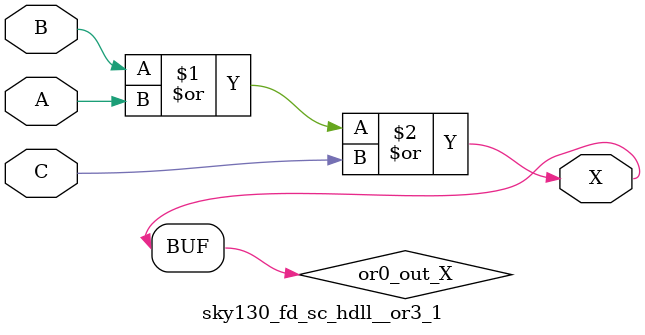
<source format=v>
/*
 * Copyright 2020 The SkyWater PDK Authors
 *
 * Licensed under the Apache License, Version 2.0 (the "License");
 * you may not use this file except in compliance with the License.
 * You may obtain a copy of the License at
 *
 *     https://www.apache.org/licenses/LICENSE-2.0
 *
 * Unless required by applicable law or agreed to in writing, software
 * distributed under the License is distributed on an "AS IS" BASIS,
 * WITHOUT WARRANTIES OR CONDITIONS OF ANY KIND, either express or implied.
 * See the License for the specific language governing permissions and
 * limitations under the License.
 *
 * SPDX-License-Identifier: Apache-2.0
*/


`ifndef SKY130_FD_SC_HDLL__OR3_1_FUNCTIONAL_V
`define SKY130_FD_SC_HDLL__OR3_1_FUNCTIONAL_V

/**
 * or3: 3-input OR.
 *
 * Verilog simulation functional model.
 */

`timescale 1ns / 1ps
`default_nettype none

`celldefine
module sky130_fd_sc_hdll__or3_1 (
    X,
    A,
    B,
    C
);

    // Module ports
    output X;
    input  A;
    input  B;
    input  C;

    // Local signals
    wire or0_out_X;

    //  Name  Output     Other arguments
    or  or0  (or0_out_X, B, A, C        );
    buf buf0 (X        , or0_out_X      );

endmodule
`endcelldefine

`default_nettype wire
`endif  // SKY130_FD_SC_HDLL__OR3_1_FUNCTIONAL_V

</source>
